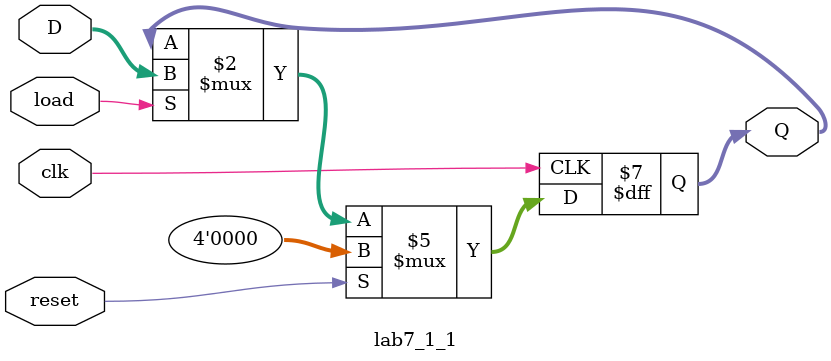
<source format=v>
 module lab7_1_1(input [3:0] D, input clk,
 input reset, input load, output reg [3:0] Q);
      always @(posedge clk)
           if (reset)
           begin
                Q <= 4'b0;
           end else if (load)
           begin
                Q <= D;
           end
 endmodule
</source>
